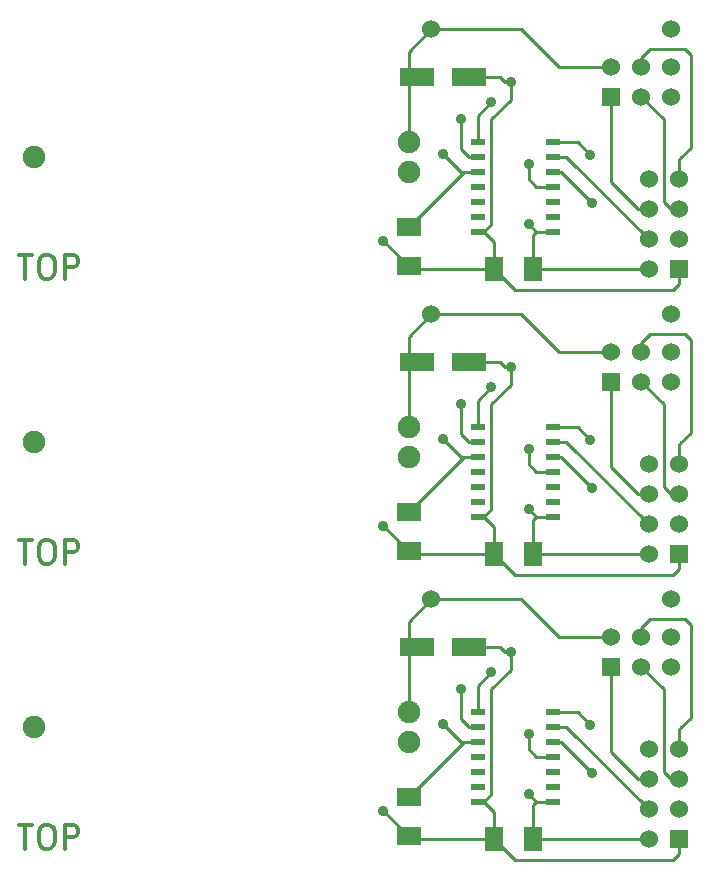
<source format=gtl>
G04 #@! TF.FileFunction,Copper,L1,Top,Signal*
%FSLAX46Y46*%
G04 Gerber Fmt 4.6, Leading zero omitted, Abs format (unit mm)*
G04 Created by KiCad (PCBNEW 4.0.3+e1-6302~38~ubuntu16.04.1-stable) date Mon Aug 15 18:15:02 2016*
%MOMM*%
%LPD*%
G01*
G04 APERTURE LIST*
%ADD10C,0.150000*%
%ADD11C,0.300000*%
%ADD12R,2.999740X1.600200*%
%ADD13C,1.905000*%
%ADD14R,1.524000X2.032000*%
%ADD15R,2.032000X1.524000*%
%ADD16C,1.524000*%
%ADD17R,1.143000X0.508000*%
%ADD18R,1.524000X1.524000*%
%ADD19C,0.889000*%
%ADD20C,0.254000*%
G04 APERTURE END LIST*
D10*
D11*
X22209452Y-64817762D02*
X23352309Y-64817762D01*
X22780881Y-66817762D02*
X22780881Y-64817762D01*
X24399929Y-64817762D02*
X24780881Y-64817762D01*
X24971357Y-64913000D01*
X25161834Y-65103476D01*
X25257072Y-65484429D01*
X25257072Y-66151095D01*
X25161834Y-66532048D01*
X24971357Y-66722524D01*
X24780881Y-66817762D01*
X24399929Y-66817762D01*
X24209453Y-66722524D01*
X24018976Y-66532048D01*
X23923738Y-66151095D01*
X23923738Y-65484429D01*
X24018976Y-65103476D01*
X24209453Y-64913000D01*
X24399929Y-64817762D01*
X26114214Y-66817762D02*
X26114214Y-64817762D01*
X26876119Y-64817762D01*
X27066595Y-64913000D01*
X27161834Y-65008238D01*
X27257072Y-65198714D01*
X27257072Y-65484429D01*
X27161834Y-65674905D01*
X27066595Y-65770143D01*
X26876119Y-65865381D01*
X26114214Y-65865381D01*
X22209452Y-88947762D02*
X23352309Y-88947762D01*
X22780881Y-90947762D02*
X22780881Y-88947762D01*
X24399929Y-88947762D02*
X24780881Y-88947762D01*
X24971357Y-89043000D01*
X25161834Y-89233476D01*
X25257072Y-89614429D01*
X25257072Y-90281095D01*
X25161834Y-90662048D01*
X24971357Y-90852524D01*
X24780881Y-90947762D01*
X24399929Y-90947762D01*
X24209453Y-90852524D01*
X24018976Y-90662048D01*
X23923738Y-90281095D01*
X23923738Y-89614429D01*
X24018976Y-89233476D01*
X24209453Y-89043000D01*
X24399929Y-88947762D01*
X26114214Y-90947762D02*
X26114214Y-88947762D01*
X26876119Y-88947762D01*
X27066595Y-89043000D01*
X27161834Y-89138238D01*
X27257072Y-89328714D01*
X27257072Y-89614429D01*
X27161834Y-89804905D01*
X27066595Y-89900143D01*
X26876119Y-89995381D01*
X26114214Y-89995381D01*
X22209452Y-40687762D02*
X23352309Y-40687762D01*
X22780881Y-42687762D02*
X22780881Y-40687762D01*
X24399929Y-40687762D02*
X24780881Y-40687762D01*
X24971357Y-40783000D01*
X25161834Y-40973476D01*
X25257072Y-41354429D01*
X25257072Y-42021095D01*
X25161834Y-42402048D01*
X24971357Y-42592524D01*
X24780881Y-42687762D01*
X24399929Y-42687762D01*
X24209453Y-42592524D01*
X24018976Y-42402048D01*
X23923738Y-42021095D01*
X23923738Y-41354429D01*
X24018976Y-40973476D01*
X24209453Y-40783000D01*
X24399929Y-40687762D01*
X26114214Y-42687762D02*
X26114214Y-40687762D01*
X26876119Y-40687762D01*
X27066595Y-40783000D01*
X27161834Y-40878238D01*
X27257072Y-41068714D01*
X27257072Y-41354429D01*
X27161834Y-41544905D01*
X27066595Y-41640143D01*
X26876119Y-41735381D01*
X26114214Y-41735381D01*
D12*
X55902860Y-49720500D03*
X60302140Y-49720500D03*
D13*
X55245000Y-57785000D03*
X23495000Y-56515000D03*
X55245000Y-55245000D03*
D14*
X65786000Y-66040000D03*
X62484000Y-66040000D03*
D15*
X55245000Y-62484000D03*
X55245000Y-65786000D03*
D16*
X57150000Y-45720000D03*
X77470000Y-45720000D03*
D17*
X67437000Y-62865000D03*
X67437000Y-61595000D03*
X67437000Y-60325000D03*
X67437000Y-59055000D03*
X67437000Y-57785000D03*
X67437000Y-56515000D03*
X67437000Y-55245000D03*
X61087000Y-55245000D03*
X61087000Y-56515000D03*
X61087000Y-59055000D03*
X61087000Y-60325000D03*
X61087000Y-61595000D03*
X61087000Y-62865000D03*
X61087000Y-57785000D03*
D18*
X72390000Y-51435000D03*
D16*
X72390000Y-48895000D03*
X74930000Y-51435000D03*
X74930000Y-48895000D03*
X77470000Y-51435000D03*
X77470000Y-48895000D03*
D18*
X78105000Y-66040000D03*
D16*
X75565000Y-66040000D03*
X78105000Y-63500000D03*
X75565000Y-63500000D03*
X78105000Y-60960000D03*
X75565000Y-60960000D03*
X78105000Y-58420000D03*
X75565000Y-58420000D03*
D12*
X55902860Y-73850500D03*
X60302140Y-73850500D03*
D13*
X55245000Y-81915000D03*
X23495000Y-80645000D03*
X55245000Y-79375000D03*
D14*
X65786000Y-90170000D03*
X62484000Y-90170000D03*
D15*
X55245000Y-86614000D03*
X55245000Y-89916000D03*
D16*
X57150000Y-69850000D03*
X77470000Y-69850000D03*
D17*
X67437000Y-86995000D03*
X67437000Y-85725000D03*
X67437000Y-84455000D03*
X67437000Y-83185000D03*
X67437000Y-81915000D03*
X67437000Y-80645000D03*
X67437000Y-79375000D03*
X61087000Y-79375000D03*
X61087000Y-80645000D03*
X61087000Y-83185000D03*
X61087000Y-84455000D03*
X61087000Y-85725000D03*
X61087000Y-86995000D03*
X61087000Y-81915000D03*
D18*
X72390000Y-75565000D03*
D16*
X72390000Y-73025000D03*
X74930000Y-75565000D03*
X74930000Y-73025000D03*
X77470000Y-75565000D03*
X77470000Y-73025000D03*
D18*
X78105000Y-90170000D03*
D16*
X75565000Y-90170000D03*
X78105000Y-87630000D03*
X75565000Y-87630000D03*
X78105000Y-85090000D03*
X75565000Y-85090000D03*
X78105000Y-82550000D03*
X75565000Y-82550000D03*
D18*
X78105000Y-41910000D03*
D16*
X75565000Y-41910000D03*
X78105000Y-39370000D03*
X75565000Y-39370000D03*
X78105000Y-36830000D03*
X75565000Y-36830000D03*
X78105000Y-34290000D03*
X75565000Y-34290000D03*
D18*
X72390000Y-27305000D03*
D16*
X72390000Y-24765000D03*
X74930000Y-27305000D03*
X74930000Y-24765000D03*
X77470000Y-27305000D03*
X77470000Y-24765000D03*
D17*
X67437000Y-38735000D03*
X67437000Y-37465000D03*
X67437000Y-36195000D03*
X67437000Y-34925000D03*
X67437000Y-33655000D03*
X67437000Y-32385000D03*
X67437000Y-31115000D03*
X61087000Y-31115000D03*
X61087000Y-32385000D03*
X61087000Y-34925000D03*
X61087000Y-36195000D03*
X61087000Y-37465000D03*
X61087000Y-38735000D03*
X61087000Y-33655000D03*
D16*
X57150000Y-21590000D03*
X77470000Y-21590000D03*
D15*
X55245000Y-38354000D03*
X55245000Y-41656000D03*
D14*
X65786000Y-41910000D03*
X62484000Y-41910000D03*
D13*
X55245000Y-33655000D03*
X23495000Y-32385000D03*
X55245000Y-31115000D03*
D12*
X55902860Y-25590500D03*
X60302140Y-25590500D03*
D19*
X65405000Y-62230000D03*
X65405000Y-86360000D03*
X65405000Y-38100000D03*
X63881000Y-50165000D03*
X53086000Y-63627000D03*
X63881000Y-74295000D03*
X53086000Y-87757000D03*
X53086000Y-39497000D03*
X63881000Y-26035000D03*
X70739000Y-60388500D03*
X70739000Y-84518500D03*
X70739000Y-36258500D03*
X59690000Y-53340000D03*
X59690000Y-77470000D03*
X59690000Y-29210000D03*
X62230000Y-51879500D03*
X62230000Y-76009500D03*
X62230000Y-27749500D03*
X70612000Y-56324500D03*
X70612000Y-80454500D03*
X70612000Y-32194500D03*
X65405000Y-57150000D03*
X65405000Y-81280000D03*
X65405000Y-33020000D03*
X58166000Y-56261000D03*
X58166000Y-80391000D03*
X58166000Y-32131000D03*
D20*
X65786000Y-63119000D02*
X66040000Y-62865000D01*
X65786000Y-66040000D02*
X65786000Y-63119000D01*
X66040000Y-62865000D02*
X65405000Y-62230000D01*
X67437000Y-62865000D02*
X66040000Y-62865000D01*
X64770000Y-45720000D02*
X57150000Y-45720000D01*
X67945000Y-48895000D02*
X64770000Y-45720000D01*
X72390000Y-48895000D02*
X67945000Y-48895000D01*
X55245000Y-47625000D02*
X57150000Y-45720000D01*
X55245000Y-55245000D02*
X55245000Y-47625000D01*
X65786000Y-66040000D02*
X75565000Y-66040000D01*
X55245000Y-49062640D02*
X55902860Y-49720500D01*
X55245000Y-47625000D02*
X55245000Y-49062640D01*
X65786000Y-87249000D02*
X66040000Y-86995000D01*
X65786000Y-90170000D02*
X65786000Y-87249000D01*
X66040000Y-86995000D02*
X65405000Y-86360000D01*
X67437000Y-86995000D02*
X66040000Y-86995000D01*
X64770000Y-69850000D02*
X57150000Y-69850000D01*
X67945000Y-73025000D02*
X64770000Y-69850000D01*
X72390000Y-73025000D02*
X67945000Y-73025000D01*
X55245000Y-71755000D02*
X57150000Y-69850000D01*
X55245000Y-79375000D02*
X55245000Y-71755000D01*
X65786000Y-90170000D02*
X75565000Y-90170000D01*
X55245000Y-73192640D02*
X55902860Y-73850500D01*
X55245000Y-71755000D02*
X55245000Y-73192640D01*
X55245000Y-23495000D02*
X55245000Y-24932640D01*
X55245000Y-24932640D02*
X55902860Y-25590500D01*
X65786000Y-41910000D02*
X75565000Y-41910000D01*
X55245000Y-31115000D02*
X55245000Y-23495000D01*
X55245000Y-23495000D02*
X57150000Y-21590000D01*
X72390000Y-24765000D02*
X67945000Y-24765000D01*
X67945000Y-24765000D02*
X64770000Y-21590000D01*
X64770000Y-21590000D02*
X57150000Y-21590000D01*
X67437000Y-38735000D02*
X66040000Y-38735000D01*
X66040000Y-38735000D02*
X65405000Y-38100000D01*
X65786000Y-41910000D02*
X65786000Y-38989000D01*
X65786000Y-38989000D02*
X66040000Y-38735000D01*
X55499000Y-66040000D02*
X55245000Y-65786000D01*
X62484000Y-66040000D02*
X60579000Y-66040000D01*
X55245000Y-65786000D02*
X53086000Y-63627000D01*
X62230000Y-63500000D02*
X61595000Y-62865000D01*
X62484000Y-63754000D02*
X62230000Y-63500000D01*
X62484000Y-66040000D02*
X62484000Y-63754000D01*
X61087000Y-62865000D02*
X61595000Y-62865000D01*
X62230000Y-53340000D02*
X63881000Y-51689000D01*
X63881000Y-51689000D02*
X63881000Y-50165000D01*
X61595000Y-62865000D02*
X62230000Y-62230000D01*
X62230000Y-62230000D02*
X62230000Y-53340000D01*
X55499000Y-66040000D02*
X55245000Y-65786000D01*
X60579000Y-66040000D02*
X55499000Y-66040000D01*
X77597000Y-67818000D02*
X64262000Y-67818000D01*
X64262000Y-67818000D02*
X62484000Y-66040000D01*
X78105000Y-66040000D02*
X78105000Y-67310000D01*
X78105000Y-67310000D02*
X77724000Y-67691000D01*
X77724000Y-67691000D02*
X77597000Y-67818000D01*
X63373000Y-50165000D02*
X63881000Y-50165000D01*
X63373000Y-50165000D02*
X62928500Y-49720500D01*
X60302140Y-49720500D02*
X62928500Y-49720500D01*
X55499000Y-90170000D02*
X55245000Y-89916000D01*
X62484000Y-90170000D02*
X60579000Y-90170000D01*
X55245000Y-89916000D02*
X53086000Y-87757000D01*
X62230000Y-87630000D02*
X61595000Y-86995000D01*
X62484000Y-87884000D02*
X62230000Y-87630000D01*
X62484000Y-90170000D02*
X62484000Y-87884000D01*
X61087000Y-86995000D02*
X61595000Y-86995000D01*
X62230000Y-77470000D02*
X63881000Y-75819000D01*
X63881000Y-75819000D02*
X63881000Y-74295000D01*
X61595000Y-86995000D02*
X62230000Y-86360000D01*
X62230000Y-86360000D02*
X62230000Y-77470000D01*
X55499000Y-90170000D02*
X55245000Y-89916000D01*
X60579000Y-90170000D02*
X55499000Y-90170000D01*
X77597000Y-91948000D02*
X64262000Y-91948000D01*
X64262000Y-91948000D02*
X62484000Y-90170000D01*
X78105000Y-90170000D02*
X78105000Y-91440000D01*
X78105000Y-91440000D02*
X77724000Y-91821000D01*
X77724000Y-91821000D02*
X77597000Y-91948000D01*
X63373000Y-74295000D02*
X63881000Y-74295000D01*
X63373000Y-74295000D02*
X62928500Y-73850500D01*
X60302140Y-73850500D02*
X62928500Y-73850500D01*
X60302140Y-25590500D02*
X62928500Y-25590500D01*
X63373000Y-26035000D02*
X62928500Y-25590500D01*
X63373000Y-26035000D02*
X63881000Y-26035000D01*
X77724000Y-43561000D02*
X77597000Y-43688000D01*
X78105000Y-43180000D02*
X77724000Y-43561000D01*
X78105000Y-41910000D02*
X78105000Y-43180000D01*
X64262000Y-43688000D02*
X62484000Y-41910000D01*
X77597000Y-43688000D02*
X64262000Y-43688000D01*
X60579000Y-41910000D02*
X55499000Y-41910000D01*
X55499000Y-41910000D02*
X55245000Y-41656000D01*
X62230000Y-38100000D02*
X62230000Y-29210000D01*
X61595000Y-38735000D02*
X62230000Y-38100000D01*
X63881000Y-27559000D02*
X63881000Y-26035000D01*
X62230000Y-29210000D02*
X63881000Y-27559000D01*
X61087000Y-38735000D02*
X61595000Y-38735000D01*
X62484000Y-41910000D02*
X62484000Y-39624000D01*
X62484000Y-39624000D02*
X62230000Y-39370000D01*
X62230000Y-39370000D02*
X61595000Y-38735000D01*
X55245000Y-41656000D02*
X53086000Y-39497000D01*
X62484000Y-41910000D02*
X60579000Y-41910000D01*
X55499000Y-41910000D02*
X55245000Y-41656000D01*
X68135500Y-57785000D02*
X67437000Y-57785000D01*
X68135500Y-57785000D02*
X70739000Y-60388500D01*
X68135500Y-81915000D02*
X67437000Y-81915000D01*
X68135500Y-81915000D02*
X70739000Y-84518500D01*
X68135500Y-33655000D02*
X70739000Y-36258500D01*
X68135500Y-33655000D02*
X67437000Y-33655000D01*
X67437000Y-56515000D02*
X67818000Y-56515000D01*
X68580000Y-56515000D02*
X75565000Y-63500000D01*
X67437000Y-56515000D02*
X68580000Y-56515000D01*
X67437000Y-80645000D02*
X67818000Y-80645000D01*
X68580000Y-80645000D02*
X75565000Y-87630000D01*
X67437000Y-80645000D02*
X68580000Y-80645000D01*
X67437000Y-32385000D02*
X68580000Y-32385000D01*
X68580000Y-32385000D02*
X75565000Y-39370000D01*
X67437000Y-32385000D02*
X67818000Y-32385000D01*
X78105000Y-60960000D02*
X77978000Y-60960000D01*
X59690000Y-53340000D02*
X59690000Y-55880000D01*
X59690000Y-55880000D02*
X60325000Y-56515000D01*
X61087000Y-56515000D02*
X60325000Y-56515000D01*
X78105000Y-60960000D02*
X77470000Y-60960000D01*
X76835000Y-53340000D02*
X76835000Y-60325000D01*
X76835000Y-60325000D02*
X77470000Y-60960000D01*
X74930000Y-51435000D02*
X76835000Y-53340000D01*
X78105000Y-85090000D02*
X77978000Y-85090000D01*
X59690000Y-77470000D02*
X59690000Y-80010000D01*
X59690000Y-80010000D02*
X60325000Y-80645000D01*
X61087000Y-80645000D02*
X60325000Y-80645000D01*
X78105000Y-85090000D02*
X77470000Y-85090000D01*
X76835000Y-77470000D02*
X76835000Y-84455000D01*
X76835000Y-84455000D02*
X77470000Y-85090000D01*
X74930000Y-75565000D02*
X76835000Y-77470000D01*
X74930000Y-27305000D02*
X76835000Y-29210000D01*
X76835000Y-36195000D02*
X77470000Y-36830000D01*
X76835000Y-29210000D02*
X76835000Y-36195000D01*
X78105000Y-36830000D02*
X77470000Y-36830000D01*
X61087000Y-32385000D02*
X60325000Y-32385000D01*
X59690000Y-31750000D02*
X60325000Y-32385000D01*
X59690000Y-29210000D02*
X59690000Y-31750000D01*
X78105000Y-36830000D02*
X77978000Y-36830000D01*
X72390000Y-58674000D02*
X74676000Y-60960000D01*
X74676000Y-60960000D02*
X75565000Y-60960000D01*
X72390000Y-51435000D02*
X72390000Y-58674000D01*
X61087000Y-53022500D02*
X62230000Y-51879500D01*
X61087000Y-55245000D02*
X61087000Y-53022500D01*
X72390000Y-82804000D02*
X74676000Y-85090000D01*
X74676000Y-85090000D02*
X75565000Y-85090000D01*
X72390000Y-75565000D02*
X72390000Y-82804000D01*
X61087000Y-77152500D02*
X62230000Y-76009500D01*
X61087000Y-79375000D02*
X61087000Y-77152500D01*
X61087000Y-31115000D02*
X61087000Y-28892500D01*
X61087000Y-28892500D02*
X62230000Y-27749500D01*
X72390000Y-27305000D02*
X72390000Y-34544000D01*
X74676000Y-36830000D02*
X75565000Y-36830000D01*
X72390000Y-34544000D02*
X74676000Y-36830000D01*
X67437000Y-55245000D02*
X67945000Y-55245000D01*
X74930000Y-48895000D02*
X74930000Y-48133000D01*
X79121000Y-55753000D02*
X78232000Y-56642000D01*
X75692000Y-47371000D02*
X74930000Y-48133000D01*
X75692000Y-47371000D02*
X78613000Y-47371000D01*
X78613000Y-47371000D02*
X79121000Y-47879000D01*
X79121000Y-47879000D02*
X79121000Y-55753000D01*
X78105000Y-56769000D02*
X78232000Y-56642000D01*
X78105000Y-58420000D02*
X78105000Y-56769000D01*
X69532500Y-55245000D02*
X70612000Y-56324500D01*
X67437000Y-55245000D02*
X69532500Y-55245000D01*
X67437000Y-79375000D02*
X67945000Y-79375000D01*
X74930000Y-73025000D02*
X74930000Y-72263000D01*
X79121000Y-79883000D02*
X78232000Y-80772000D01*
X75692000Y-71501000D02*
X74930000Y-72263000D01*
X75692000Y-71501000D02*
X78613000Y-71501000D01*
X78613000Y-71501000D02*
X79121000Y-72009000D01*
X79121000Y-72009000D02*
X79121000Y-79883000D01*
X78105000Y-80899000D02*
X78232000Y-80772000D01*
X78105000Y-82550000D02*
X78105000Y-80899000D01*
X69532500Y-79375000D02*
X70612000Y-80454500D01*
X67437000Y-79375000D02*
X69532500Y-79375000D01*
X67437000Y-31115000D02*
X69532500Y-31115000D01*
X69532500Y-31115000D02*
X70612000Y-32194500D01*
X78105000Y-34290000D02*
X78105000Y-32639000D01*
X78105000Y-32639000D02*
X78232000Y-32512000D01*
X79121000Y-23749000D02*
X79121000Y-31623000D01*
X78613000Y-23241000D02*
X79121000Y-23749000D01*
X75692000Y-23241000D02*
X78613000Y-23241000D01*
X75692000Y-23241000D02*
X74930000Y-24003000D01*
X79121000Y-31623000D02*
X78232000Y-32512000D01*
X74930000Y-24765000D02*
X74930000Y-24003000D01*
X67437000Y-31115000D02*
X67945000Y-31115000D01*
X67437000Y-59055000D02*
X66040000Y-59055000D01*
X65405000Y-58420000D02*
X65405000Y-57150000D01*
X66040000Y-59055000D02*
X65405000Y-58420000D01*
X67437000Y-83185000D02*
X66040000Y-83185000D01*
X65405000Y-82550000D02*
X65405000Y-81280000D01*
X66040000Y-83185000D02*
X65405000Y-82550000D01*
X66040000Y-34925000D02*
X65405000Y-34290000D01*
X65405000Y-34290000D02*
X65405000Y-33020000D01*
X67437000Y-34925000D02*
X66040000Y-34925000D01*
X59944000Y-57785000D02*
X55245000Y-62484000D01*
X61087000Y-57785000D02*
X59944000Y-57785000D01*
X58166000Y-56261000D02*
X59690000Y-57785000D01*
X59690000Y-57785000D02*
X61087000Y-57785000D01*
X59944000Y-81915000D02*
X55245000Y-86614000D01*
X61087000Y-81915000D02*
X59944000Y-81915000D01*
X58166000Y-80391000D02*
X59690000Y-81915000D01*
X59690000Y-81915000D02*
X61087000Y-81915000D01*
X59690000Y-33655000D02*
X61087000Y-33655000D01*
X58166000Y-32131000D02*
X59690000Y-33655000D01*
X61087000Y-33655000D02*
X59944000Y-33655000D01*
X59944000Y-33655000D02*
X55245000Y-38354000D01*
M02*

</source>
